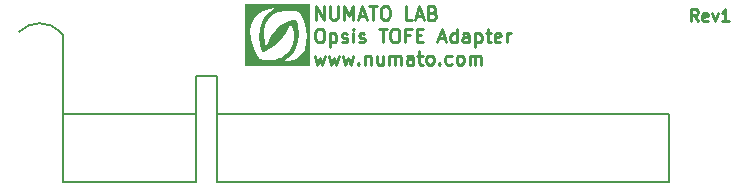
<source format=gto>
G04 (created by PCBNEW (2013-07-07 BZR 4022)-stable) date 03/11/2015 04:39:32 PM*
%MOIN*%
G04 Gerber Fmt 3.4, Leading zero omitted, Abs format*
%FSLAX34Y34*%
G01*
G70*
G90*
G04 APERTURE LIST*
%ADD10C,0.00590551*%
%ADD11C,0.01125*%
%ADD12C,0.01*%
%ADD13C,0.00787402*%
%ADD14C,0.0001*%
G04 APERTURE END LIST*
G54D10*
G54D11*
X76937Y-68672D02*
X76937Y-68222D01*
X77194Y-68672D01*
X77194Y-68222D01*
X77408Y-68222D02*
X77408Y-68586D01*
X77430Y-68629D01*
X77451Y-68650D01*
X77494Y-68672D01*
X77580Y-68672D01*
X77622Y-68650D01*
X77644Y-68629D01*
X77665Y-68586D01*
X77665Y-68222D01*
X77880Y-68672D02*
X77880Y-68222D01*
X78030Y-68543D01*
X78180Y-68222D01*
X78180Y-68672D01*
X78372Y-68543D02*
X78587Y-68543D01*
X78330Y-68672D02*
X78480Y-68222D01*
X78630Y-68672D01*
X78715Y-68222D02*
X78972Y-68222D01*
X78844Y-68672D02*
X78844Y-68222D01*
X79208Y-68222D02*
X79294Y-68222D01*
X79337Y-68243D01*
X79380Y-68286D01*
X79401Y-68372D01*
X79401Y-68522D01*
X79380Y-68607D01*
X79337Y-68650D01*
X79294Y-68672D01*
X79208Y-68672D01*
X79165Y-68650D01*
X79122Y-68607D01*
X79101Y-68522D01*
X79101Y-68372D01*
X79122Y-68286D01*
X79165Y-68243D01*
X79208Y-68222D01*
X80151Y-68672D02*
X79937Y-68672D01*
X79937Y-68222D01*
X80280Y-68543D02*
X80494Y-68543D01*
X80237Y-68672D02*
X80387Y-68222D01*
X80537Y-68672D01*
X80837Y-68436D02*
X80901Y-68457D01*
X80922Y-68479D01*
X80944Y-68522D01*
X80944Y-68586D01*
X80922Y-68629D01*
X80901Y-68650D01*
X80858Y-68672D01*
X80687Y-68672D01*
X80687Y-68222D01*
X80837Y-68222D01*
X80880Y-68243D01*
X80901Y-68265D01*
X80922Y-68307D01*
X80922Y-68350D01*
X80901Y-68393D01*
X80880Y-68415D01*
X80837Y-68436D01*
X80687Y-68436D01*
X77022Y-68964D02*
X77108Y-68964D01*
X77151Y-68986D01*
X77194Y-69028D01*
X77215Y-69114D01*
X77215Y-69264D01*
X77194Y-69350D01*
X77151Y-69393D01*
X77108Y-69414D01*
X77022Y-69414D01*
X76980Y-69393D01*
X76937Y-69350D01*
X76915Y-69264D01*
X76915Y-69114D01*
X76937Y-69028D01*
X76980Y-68986D01*
X77022Y-68964D01*
X77408Y-69114D02*
X77408Y-69564D01*
X77408Y-69136D02*
X77451Y-69114D01*
X77537Y-69114D01*
X77580Y-69136D01*
X77601Y-69157D01*
X77622Y-69200D01*
X77622Y-69328D01*
X77601Y-69371D01*
X77580Y-69393D01*
X77537Y-69414D01*
X77451Y-69414D01*
X77408Y-69393D01*
X77794Y-69393D02*
X77837Y-69414D01*
X77922Y-69414D01*
X77965Y-69393D01*
X77987Y-69350D01*
X77987Y-69328D01*
X77965Y-69286D01*
X77922Y-69264D01*
X77858Y-69264D01*
X77815Y-69243D01*
X77794Y-69200D01*
X77794Y-69178D01*
X77815Y-69136D01*
X77858Y-69114D01*
X77922Y-69114D01*
X77965Y-69136D01*
X78180Y-69414D02*
X78180Y-69114D01*
X78180Y-68964D02*
X78158Y-68986D01*
X78180Y-69007D01*
X78201Y-68986D01*
X78180Y-68964D01*
X78180Y-69007D01*
X78372Y-69393D02*
X78415Y-69414D01*
X78501Y-69414D01*
X78544Y-69393D01*
X78565Y-69350D01*
X78565Y-69328D01*
X78544Y-69286D01*
X78501Y-69264D01*
X78437Y-69264D01*
X78394Y-69243D01*
X78372Y-69200D01*
X78372Y-69178D01*
X78394Y-69136D01*
X78437Y-69114D01*
X78501Y-69114D01*
X78544Y-69136D01*
X79037Y-68964D02*
X79294Y-68964D01*
X79165Y-69414D02*
X79165Y-68964D01*
X79530Y-68964D02*
X79615Y-68964D01*
X79658Y-68986D01*
X79701Y-69028D01*
X79722Y-69114D01*
X79722Y-69264D01*
X79701Y-69350D01*
X79658Y-69393D01*
X79615Y-69414D01*
X79530Y-69414D01*
X79487Y-69393D01*
X79444Y-69350D01*
X79422Y-69264D01*
X79422Y-69114D01*
X79444Y-69028D01*
X79487Y-68986D01*
X79530Y-68964D01*
X80065Y-69178D02*
X79915Y-69178D01*
X79915Y-69414D02*
X79915Y-68964D01*
X80130Y-68964D01*
X80301Y-69178D02*
X80451Y-69178D01*
X80515Y-69414D02*
X80301Y-69414D01*
X80301Y-68964D01*
X80515Y-68964D01*
X81030Y-69286D02*
X81244Y-69286D01*
X80987Y-69414D02*
X81137Y-68964D01*
X81287Y-69414D01*
X81630Y-69414D02*
X81630Y-68964D01*
X81630Y-69393D02*
X81587Y-69414D01*
X81501Y-69414D01*
X81458Y-69393D01*
X81437Y-69371D01*
X81415Y-69328D01*
X81415Y-69200D01*
X81437Y-69157D01*
X81458Y-69136D01*
X81501Y-69114D01*
X81587Y-69114D01*
X81630Y-69136D01*
X82037Y-69414D02*
X82037Y-69178D01*
X82015Y-69136D01*
X81972Y-69114D01*
X81887Y-69114D01*
X81844Y-69136D01*
X82037Y-69393D02*
X81994Y-69414D01*
X81887Y-69414D01*
X81844Y-69393D01*
X81822Y-69350D01*
X81822Y-69307D01*
X81844Y-69264D01*
X81887Y-69243D01*
X81994Y-69243D01*
X82037Y-69221D01*
X82251Y-69114D02*
X82251Y-69564D01*
X82251Y-69136D02*
X82294Y-69114D01*
X82380Y-69114D01*
X82422Y-69136D01*
X82444Y-69157D01*
X82465Y-69200D01*
X82465Y-69328D01*
X82444Y-69371D01*
X82422Y-69393D01*
X82380Y-69414D01*
X82294Y-69414D01*
X82251Y-69393D01*
X82594Y-69114D02*
X82765Y-69114D01*
X82658Y-68964D02*
X82658Y-69350D01*
X82680Y-69393D01*
X82722Y-69414D01*
X82765Y-69414D01*
X83087Y-69393D02*
X83044Y-69414D01*
X82958Y-69414D01*
X82915Y-69393D01*
X82894Y-69350D01*
X82894Y-69178D01*
X82915Y-69136D01*
X82958Y-69114D01*
X83044Y-69114D01*
X83087Y-69136D01*
X83108Y-69178D01*
X83108Y-69221D01*
X82894Y-69264D01*
X83301Y-69414D02*
X83301Y-69114D01*
X83301Y-69200D02*
X83322Y-69157D01*
X83344Y-69136D01*
X83387Y-69114D01*
X83430Y-69114D01*
X76894Y-69857D02*
X76980Y-70157D01*
X77065Y-69942D01*
X77151Y-70157D01*
X77237Y-69857D01*
X77365Y-69857D02*
X77451Y-70157D01*
X77537Y-69942D01*
X77622Y-70157D01*
X77708Y-69857D01*
X77837Y-69857D02*
X77922Y-70157D01*
X78008Y-69942D01*
X78094Y-70157D01*
X78180Y-69857D01*
X78351Y-70114D02*
X78372Y-70135D01*
X78351Y-70157D01*
X78330Y-70135D01*
X78351Y-70114D01*
X78351Y-70157D01*
X78565Y-69857D02*
X78565Y-70157D01*
X78565Y-69900D02*
X78587Y-69878D01*
X78630Y-69857D01*
X78694Y-69857D01*
X78737Y-69878D01*
X78758Y-69921D01*
X78758Y-70157D01*
X79165Y-69857D02*
X79165Y-70157D01*
X78972Y-69857D02*
X78972Y-70092D01*
X78994Y-70135D01*
X79037Y-70157D01*
X79101Y-70157D01*
X79144Y-70135D01*
X79165Y-70114D01*
X79380Y-70157D02*
X79380Y-69857D01*
X79380Y-69900D02*
X79401Y-69878D01*
X79444Y-69857D01*
X79508Y-69857D01*
X79551Y-69878D01*
X79572Y-69921D01*
X79572Y-70157D01*
X79572Y-69921D02*
X79594Y-69878D01*
X79637Y-69857D01*
X79701Y-69857D01*
X79744Y-69878D01*
X79765Y-69921D01*
X79765Y-70157D01*
X80172Y-70157D02*
X80172Y-69921D01*
X80151Y-69878D01*
X80108Y-69857D01*
X80022Y-69857D01*
X79980Y-69878D01*
X80172Y-70135D02*
X80130Y-70157D01*
X80022Y-70157D01*
X79980Y-70135D01*
X79958Y-70092D01*
X79958Y-70050D01*
X79980Y-70007D01*
X80022Y-69985D01*
X80130Y-69985D01*
X80172Y-69964D01*
X80322Y-69857D02*
X80494Y-69857D01*
X80387Y-69707D02*
X80387Y-70092D01*
X80408Y-70135D01*
X80451Y-70157D01*
X80494Y-70157D01*
X80708Y-70157D02*
X80665Y-70135D01*
X80644Y-70114D01*
X80622Y-70071D01*
X80622Y-69942D01*
X80644Y-69900D01*
X80665Y-69878D01*
X80708Y-69857D01*
X80772Y-69857D01*
X80815Y-69878D01*
X80837Y-69900D01*
X80858Y-69942D01*
X80858Y-70071D01*
X80837Y-70114D01*
X80815Y-70135D01*
X80772Y-70157D01*
X80708Y-70157D01*
X81051Y-70114D02*
X81072Y-70135D01*
X81051Y-70157D01*
X81030Y-70135D01*
X81051Y-70114D01*
X81051Y-70157D01*
X81458Y-70135D02*
X81415Y-70157D01*
X81330Y-70157D01*
X81287Y-70135D01*
X81265Y-70114D01*
X81244Y-70071D01*
X81244Y-69942D01*
X81265Y-69900D01*
X81287Y-69878D01*
X81330Y-69857D01*
X81415Y-69857D01*
X81458Y-69878D01*
X81715Y-70157D02*
X81672Y-70135D01*
X81651Y-70114D01*
X81630Y-70071D01*
X81630Y-69942D01*
X81651Y-69900D01*
X81672Y-69878D01*
X81715Y-69857D01*
X81780Y-69857D01*
X81822Y-69878D01*
X81844Y-69900D01*
X81865Y-69942D01*
X81865Y-70071D01*
X81844Y-70114D01*
X81822Y-70135D01*
X81780Y-70157D01*
X81715Y-70157D01*
X82058Y-70157D02*
X82058Y-69857D01*
X82058Y-69900D02*
X82080Y-69878D01*
X82122Y-69857D01*
X82187Y-69857D01*
X82230Y-69878D01*
X82251Y-69921D01*
X82251Y-70157D01*
X82251Y-69921D02*
X82272Y-69878D01*
X82315Y-69857D01*
X82380Y-69857D01*
X82422Y-69878D01*
X82444Y-69921D01*
X82444Y-70157D01*
G54D12*
X89669Y-68711D02*
X89536Y-68521D01*
X89440Y-68711D02*
X89440Y-68311D01*
X89593Y-68311D01*
X89631Y-68330D01*
X89650Y-68350D01*
X89669Y-68388D01*
X89669Y-68445D01*
X89650Y-68483D01*
X89631Y-68502D01*
X89593Y-68521D01*
X89440Y-68521D01*
X89993Y-68692D02*
X89955Y-68711D01*
X89879Y-68711D01*
X89840Y-68692D01*
X89821Y-68654D01*
X89821Y-68502D01*
X89840Y-68464D01*
X89879Y-68445D01*
X89955Y-68445D01*
X89993Y-68464D01*
X90012Y-68502D01*
X90012Y-68540D01*
X89821Y-68578D01*
X90145Y-68445D02*
X90240Y-68711D01*
X90336Y-68445D01*
X90698Y-68711D02*
X90469Y-68711D01*
X90583Y-68711D02*
X90583Y-68311D01*
X90545Y-68369D01*
X90507Y-68407D01*
X90469Y-68426D01*
G54D13*
X68516Y-74084D02*
X68516Y-71328D01*
X68516Y-71328D02*
X68516Y-69162D01*
X68516Y-69162D02*
X68418Y-69064D01*
X68418Y-69064D02*
G75*
G03X67040Y-69064I-688J-688D01*
G74*
G01*
X88693Y-71820D02*
X73634Y-71820D01*
X88693Y-74084D02*
X88693Y-71820D01*
X73634Y-74084D02*
X88693Y-74084D01*
X73634Y-70540D02*
X73634Y-74084D01*
X72945Y-70540D02*
X73634Y-70540D01*
X72945Y-70540D02*
X72945Y-74084D01*
X72945Y-71820D02*
X68516Y-71820D01*
X68516Y-74084D02*
X72945Y-74084D01*
G54D14*
G36*
X76741Y-70216D02*
X76641Y-70216D01*
X76641Y-69217D01*
X76616Y-68969D01*
X76547Y-68720D01*
X76441Y-68500D01*
X76441Y-68499D01*
X76397Y-68437D01*
X76348Y-68401D01*
X76273Y-68380D01*
X76156Y-68365D01*
X75897Y-68362D01*
X75672Y-68413D01*
X75488Y-68512D01*
X75347Y-68657D01*
X75254Y-68845D01*
X75213Y-69072D01*
X75211Y-69150D01*
X75216Y-69251D01*
X75229Y-69357D01*
X75246Y-69456D01*
X75265Y-69536D01*
X75283Y-69585D01*
X75297Y-69592D01*
X75304Y-69546D01*
X75332Y-69423D01*
X75398Y-69277D01*
X75490Y-69126D01*
X75597Y-68993D01*
X75678Y-68916D01*
X75786Y-68842D01*
X75913Y-68772D01*
X76042Y-68713D01*
X76157Y-68673D01*
X76239Y-68659D01*
X76258Y-68662D01*
X76295Y-68707D01*
X76328Y-68802D01*
X76355Y-68931D01*
X76371Y-69078D01*
X76375Y-69175D01*
X76355Y-69404D01*
X76290Y-69598D01*
X76205Y-69724D01*
X76205Y-69269D01*
X76196Y-69062D01*
X76144Y-68900D01*
X76105Y-68821D01*
X76081Y-68798D01*
X76063Y-68822D01*
X76059Y-68833D01*
X75928Y-69122D01*
X75755Y-69364D01*
X75543Y-69554D01*
X75374Y-69655D01*
X75274Y-69700D01*
X75200Y-69727D01*
X75170Y-69730D01*
X75151Y-69694D01*
X75122Y-69610D01*
X75090Y-69501D01*
X75047Y-69235D01*
X75061Y-68980D01*
X75131Y-68747D01*
X75252Y-68543D01*
X75407Y-68390D01*
X75549Y-68281D01*
X75403Y-68302D01*
X75179Y-68362D01*
X75001Y-68468D01*
X74869Y-68623D01*
X74784Y-68825D01*
X74768Y-68891D01*
X74748Y-69010D01*
X74748Y-69119D01*
X74766Y-69248D01*
X74781Y-69322D01*
X74834Y-69523D01*
X74896Y-69701D01*
X74964Y-69845D01*
X75032Y-69943D01*
X75081Y-69981D01*
X75215Y-70011D01*
X75383Y-70015D01*
X75559Y-69996D01*
X75718Y-69954D01*
X75762Y-69936D01*
X75935Y-69821D01*
X76069Y-69662D01*
X76161Y-69474D01*
X76205Y-69269D01*
X76205Y-69724D01*
X76174Y-69771D01*
X76000Y-69936D01*
X75974Y-69956D01*
X75858Y-70046D01*
X76008Y-70048D01*
X76189Y-70018D01*
X76280Y-69974D01*
X76444Y-69840D01*
X76558Y-69665D01*
X76623Y-69448D01*
X76641Y-69217D01*
X76641Y-70216D01*
X75658Y-70216D01*
X74575Y-70216D01*
X74575Y-69183D01*
X74575Y-68150D01*
X75658Y-68150D01*
X76741Y-68150D01*
X76741Y-69183D01*
X76741Y-70216D01*
X76741Y-70216D01*
X76741Y-70216D01*
G37*
M02*

</source>
